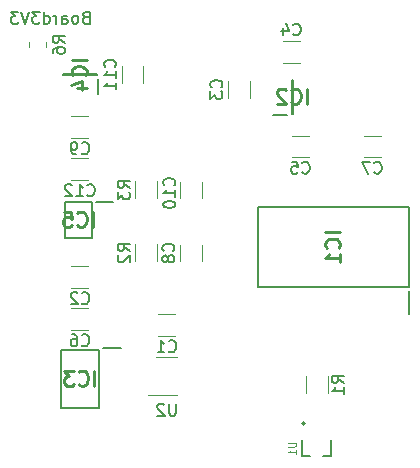
<source format=gbr>
%TF.GenerationSoftware,KiCad,Pcbnew,(5.1.9)-1*%
%TF.CreationDate,2021-08-30T10:52:12+01:00*%
%TF.ProjectId,projecto1,70726f6a-6563-4746-9f31-2e6b69636164,1.5*%
%TF.SameCoordinates,Original*%
%TF.FileFunction,Legend,Bot*%
%TF.FilePolarity,Positive*%
%FSLAX46Y46*%
G04 Gerber Fmt 4.6, Leading zero omitted, Abs format (unit mm)*
G04 Created by KiCad (PCBNEW (5.1.9)-1) date 2021-08-30 10:52:12*
%MOMM*%
%LPD*%
G01*
G04 APERTURE LIST*
%ADD10C,0.150000*%
%ADD11C,0.120000*%
%ADD12C,0.152400*%
%ADD13C,0.200000*%
%ADD14C,0.015000*%
%ADD15C,0.254000*%
G04 APERTURE END LIST*
D10*
X35551690Y-35171071D02*
X35408833Y-35218690D01*
X35361214Y-35266309D01*
X35313595Y-35361547D01*
X35313595Y-35504404D01*
X35361214Y-35599642D01*
X35408833Y-35647261D01*
X35504071Y-35694880D01*
X35885023Y-35694880D01*
X35885023Y-34694880D01*
X35551690Y-34694880D01*
X35456452Y-34742500D01*
X35408833Y-34790119D01*
X35361214Y-34885357D01*
X35361214Y-34980595D01*
X35408833Y-35075833D01*
X35456452Y-35123452D01*
X35551690Y-35171071D01*
X35885023Y-35171071D01*
X34742166Y-35694880D02*
X34837404Y-35647261D01*
X34885023Y-35599642D01*
X34932642Y-35504404D01*
X34932642Y-35218690D01*
X34885023Y-35123452D01*
X34837404Y-35075833D01*
X34742166Y-35028214D01*
X34599309Y-35028214D01*
X34504071Y-35075833D01*
X34456452Y-35123452D01*
X34408833Y-35218690D01*
X34408833Y-35504404D01*
X34456452Y-35599642D01*
X34504071Y-35647261D01*
X34599309Y-35694880D01*
X34742166Y-35694880D01*
X33551690Y-35694880D02*
X33551690Y-35171071D01*
X33599309Y-35075833D01*
X33694547Y-35028214D01*
X33885023Y-35028214D01*
X33980261Y-35075833D01*
X33551690Y-35647261D02*
X33646928Y-35694880D01*
X33885023Y-35694880D01*
X33980261Y-35647261D01*
X34027880Y-35552023D01*
X34027880Y-35456785D01*
X33980261Y-35361547D01*
X33885023Y-35313928D01*
X33646928Y-35313928D01*
X33551690Y-35266309D01*
X33075500Y-35694880D02*
X33075500Y-35028214D01*
X33075500Y-35218690D02*
X33027880Y-35123452D01*
X32980261Y-35075833D01*
X32885023Y-35028214D01*
X32789785Y-35028214D01*
X32027880Y-35694880D02*
X32027880Y-34694880D01*
X32027880Y-35647261D02*
X32123119Y-35694880D01*
X32313595Y-35694880D01*
X32408833Y-35647261D01*
X32456452Y-35599642D01*
X32504071Y-35504404D01*
X32504071Y-35218690D01*
X32456452Y-35123452D01*
X32408833Y-35075833D01*
X32313595Y-35028214D01*
X32123119Y-35028214D01*
X32027880Y-35075833D01*
X31646928Y-34694880D02*
X31027880Y-34694880D01*
X31361214Y-35075833D01*
X31218357Y-35075833D01*
X31123119Y-35123452D01*
X31075500Y-35171071D01*
X31027880Y-35266309D01*
X31027880Y-35504404D01*
X31075500Y-35599642D01*
X31123119Y-35647261D01*
X31218357Y-35694880D01*
X31504071Y-35694880D01*
X31599309Y-35647261D01*
X31646928Y-35599642D01*
X30742166Y-34694880D02*
X30408833Y-35694880D01*
X30075500Y-34694880D01*
X29837404Y-34694880D02*
X29218357Y-34694880D01*
X29551690Y-35075833D01*
X29408833Y-35075833D01*
X29313595Y-35123452D01*
X29265976Y-35171071D01*
X29218357Y-35266309D01*
X29218357Y-35504404D01*
X29265976Y-35599642D01*
X29313595Y-35647261D01*
X29408833Y-35694880D01*
X29694547Y-35694880D01*
X29789785Y-35647261D01*
X29837404Y-35599642D01*
D11*
%TO.C,R6*%
X32231000Y-37718064D02*
X32231000Y-37263936D01*
X30761000Y-37718064D02*
X30761000Y-37263936D01*
%TO.C,U2*%
X41518000Y-63922000D02*
X43318000Y-63922000D01*
X43318000Y-67142000D02*
X40868000Y-67142000D01*
D12*
%TO.C,U1*%
X54559200Y-72308000D02*
X53898800Y-72308000D01*
X56337200Y-70948000D02*
X56337200Y-72308000D01*
X56337200Y-72308000D02*
X55676800Y-72308000D01*
X53898800Y-72308000D02*
X53898800Y-70948000D01*
X53878800Y-69584200D02*
G75*
G03*
X54132800Y-69584200I127000J0D01*
G01*
X54132800Y-69584200D02*
G75*
G03*
X53878800Y-69584200I-127000J0D01*
G01*
D11*
%TO.C,R3*%
X39730000Y-49056936D02*
X39730000Y-50511064D01*
X41550000Y-49056936D02*
X41550000Y-50511064D01*
%TO.C,R2*%
X39730000Y-54390936D02*
X39730000Y-55845064D01*
X41550000Y-54390936D02*
X41550000Y-55845064D01*
%TO.C,R1*%
X56028000Y-67021064D02*
X56028000Y-65566936D01*
X54208000Y-67021064D02*
X54208000Y-65566936D01*
D13*
%TO.C,IC5*%
X36075000Y-50824000D02*
X33775000Y-50824000D01*
X33775000Y-50824000D02*
X33775000Y-53824000D01*
X33775000Y-53824000D02*
X36075000Y-53824000D01*
X36075000Y-53824000D02*
X36075000Y-50824000D01*
X37825000Y-50824000D02*
X36425000Y-50824000D01*
%TO.C,IC4*%
X36482000Y-40080000D02*
X36482000Y-39930000D01*
X36482000Y-39930000D02*
X33622000Y-39930000D01*
X33622000Y-39930000D02*
X33622000Y-40080000D01*
X33622000Y-40080000D02*
X36482000Y-40080000D01*
X36577000Y-41680000D02*
X36577000Y-40430000D01*
%TO.C,IC3*%
X36652000Y-63336000D02*
X33452000Y-63336000D01*
X33452000Y-63336000D02*
X33452000Y-68236000D01*
X33452000Y-68236000D02*
X36652000Y-68236000D01*
X36652000Y-68236000D02*
X36652000Y-63336000D01*
X38502000Y-63206000D02*
X37002000Y-63206000D01*
%TO.C,IC2*%
X52977000Y-43340000D02*
X53127000Y-43340000D01*
X53127000Y-43340000D02*
X53127000Y-40480000D01*
X53127000Y-40480000D02*
X52977000Y-40480000D01*
X52977000Y-40480000D02*
X52977000Y-43340000D01*
X51377000Y-43435000D02*
X52627000Y-43435000D01*
%TO.C,IC1*%
X62915000Y-58010000D02*
X62915000Y-51210000D01*
X62915000Y-51210000D02*
X50115000Y-51210000D01*
X50115000Y-51210000D02*
X50115000Y-58010000D01*
X50115000Y-58010000D02*
X62915000Y-58010000D01*
X62905000Y-60285000D02*
X62905000Y-58360000D01*
D11*
%TO.C,C12*%
X34340748Y-48916000D02*
X35763252Y-48916000D01*
X34340748Y-47096000D02*
X35763252Y-47096000D01*
%TO.C,C11*%
X38587000Y-39293748D02*
X38587000Y-40716252D01*
X40407000Y-39293748D02*
X40407000Y-40716252D01*
%TO.C,C10*%
X45360000Y-50495252D02*
X45360000Y-49072748D01*
X43540000Y-50495252D02*
X43540000Y-49072748D01*
%TO.C,C9*%
X34340748Y-45360000D02*
X35763252Y-45360000D01*
X34340748Y-43540000D02*
X35763252Y-43540000D01*
%TO.C,C8*%
X43540000Y-54406748D02*
X43540000Y-55829252D01*
X45360000Y-54406748D02*
X45360000Y-55829252D01*
%TO.C,C7*%
X59105748Y-47011000D02*
X60528252Y-47011000D01*
X59105748Y-45191000D02*
X60528252Y-45191000D01*
%TO.C,C6*%
X34340748Y-61616000D02*
X35763252Y-61616000D01*
X34340748Y-59796000D02*
X35763252Y-59796000D01*
%TO.C,C5*%
X53009748Y-47011000D02*
X54432252Y-47011000D01*
X53009748Y-45191000D02*
X54432252Y-45191000D01*
%TO.C,C4*%
X53670252Y-37190000D02*
X52247748Y-37190000D01*
X53670252Y-39010000D02*
X52247748Y-39010000D01*
%TO.C,C3*%
X49424000Y-40563748D02*
X49424000Y-41986252D01*
X47604000Y-40563748D02*
X47604000Y-41986252D01*
%TO.C,C2*%
X34340748Y-58060000D02*
X35763252Y-58060000D01*
X34340748Y-56240000D02*
X35763252Y-56240000D01*
%TO.C,C1*%
X41706748Y-62124000D02*
X43129252Y-62124000D01*
X41706748Y-60304000D02*
X43129252Y-60304000D01*
%TO.C,R6*%
D10*
X33768380Y-37324333D02*
X33292190Y-36991000D01*
X33768380Y-36752904D02*
X32768380Y-36752904D01*
X32768380Y-37133857D01*
X32816000Y-37229095D01*
X32863619Y-37276714D01*
X32958857Y-37324333D01*
X33101714Y-37324333D01*
X33196952Y-37276714D01*
X33244571Y-37229095D01*
X33292190Y-37133857D01*
X33292190Y-36752904D01*
X32768380Y-38181476D02*
X32768380Y-37991000D01*
X32816000Y-37895761D01*
X32863619Y-37848142D01*
X33006476Y-37752904D01*
X33196952Y-37705285D01*
X33577904Y-37705285D01*
X33673142Y-37752904D01*
X33720761Y-37800523D01*
X33768380Y-37895761D01*
X33768380Y-38086238D01*
X33720761Y-38181476D01*
X33673142Y-38229095D01*
X33577904Y-38276714D01*
X33339809Y-38276714D01*
X33244571Y-38229095D01*
X33196952Y-38181476D01*
X33149333Y-38086238D01*
X33149333Y-37895761D01*
X33196952Y-37800523D01*
X33244571Y-37752904D01*
X33339809Y-37705285D01*
%TO.C,U2*%
X43179904Y-67884380D02*
X43179904Y-68693904D01*
X43132285Y-68789142D01*
X43084666Y-68836761D01*
X42989428Y-68884380D01*
X42798952Y-68884380D01*
X42703714Y-68836761D01*
X42656095Y-68789142D01*
X42608476Y-68693904D01*
X42608476Y-67884380D01*
X42179904Y-67979619D02*
X42132285Y-67932000D01*
X42037047Y-67884380D01*
X41798952Y-67884380D01*
X41703714Y-67932000D01*
X41656095Y-67979619D01*
X41608476Y-68074857D01*
X41608476Y-68170095D01*
X41656095Y-68312952D01*
X42227523Y-68884380D01*
X41608476Y-68884380D01*
%TO.C,U1*%
D14*
X52711123Y-71172380D02*
X53229219Y-71172380D01*
X53290171Y-71202857D01*
X53320647Y-71233333D01*
X53351123Y-71294285D01*
X53351123Y-71416190D01*
X53320647Y-71477142D01*
X53290171Y-71507619D01*
X53229219Y-71538095D01*
X52711123Y-71538095D01*
X53351123Y-72178095D02*
X53351123Y-71812380D01*
X53351123Y-71995238D02*
X52711123Y-71995238D01*
X52802552Y-71934285D01*
X52863504Y-71873333D01*
X52893980Y-71812380D01*
%TO.C,R3*%
D10*
X39272380Y-49617333D02*
X38796190Y-49284000D01*
X39272380Y-49045904D02*
X38272380Y-49045904D01*
X38272380Y-49426857D01*
X38320000Y-49522095D01*
X38367619Y-49569714D01*
X38462857Y-49617333D01*
X38605714Y-49617333D01*
X38700952Y-49569714D01*
X38748571Y-49522095D01*
X38796190Y-49426857D01*
X38796190Y-49045904D01*
X38272380Y-49950666D02*
X38272380Y-50569714D01*
X38653333Y-50236380D01*
X38653333Y-50379238D01*
X38700952Y-50474476D01*
X38748571Y-50522095D01*
X38843809Y-50569714D01*
X39081904Y-50569714D01*
X39177142Y-50522095D01*
X39224761Y-50474476D01*
X39272380Y-50379238D01*
X39272380Y-50093523D01*
X39224761Y-49998285D01*
X39177142Y-49950666D01*
%TO.C,R2*%
X39272380Y-54951333D02*
X38796190Y-54618000D01*
X39272380Y-54379904D02*
X38272380Y-54379904D01*
X38272380Y-54760857D01*
X38320000Y-54856095D01*
X38367619Y-54903714D01*
X38462857Y-54951333D01*
X38605714Y-54951333D01*
X38700952Y-54903714D01*
X38748571Y-54856095D01*
X38796190Y-54760857D01*
X38796190Y-54379904D01*
X38367619Y-55332285D02*
X38320000Y-55379904D01*
X38272380Y-55475142D01*
X38272380Y-55713238D01*
X38320000Y-55808476D01*
X38367619Y-55856095D01*
X38462857Y-55903714D01*
X38558095Y-55903714D01*
X38700952Y-55856095D01*
X39272380Y-55284666D01*
X39272380Y-55903714D01*
%TO.C,R1*%
X57390380Y-66127333D02*
X56914190Y-65794000D01*
X57390380Y-65555904D02*
X56390380Y-65555904D01*
X56390380Y-65936857D01*
X56438000Y-66032095D01*
X56485619Y-66079714D01*
X56580857Y-66127333D01*
X56723714Y-66127333D01*
X56818952Y-66079714D01*
X56866571Y-66032095D01*
X56914190Y-65936857D01*
X56914190Y-65555904D01*
X57390380Y-67079714D02*
X57390380Y-66508285D01*
X57390380Y-66794000D02*
X56390380Y-66794000D01*
X56533238Y-66698761D01*
X56628476Y-66603523D01*
X56676095Y-66508285D01*
%TO.C,IC5*%
D15*
X36164761Y-52898523D02*
X36164761Y-51628523D01*
X34834285Y-52777571D02*
X34894761Y-52838047D01*
X35076190Y-52898523D01*
X35197142Y-52898523D01*
X35378571Y-52838047D01*
X35499523Y-52717095D01*
X35560000Y-52596142D01*
X35620476Y-52354238D01*
X35620476Y-52172809D01*
X35560000Y-51930904D01*
X35499523Y-51809952D01*
X35378571Y-51689000D01*
X35197142Y-51628523D01*
X35076190Y-51628523D01*
X34894761Y-51689000D01*
X34834285Y-51749476D01*
X33685238Y-51628523D02*
X34290000Y-51628523D01*
X34350476Y-52233285D01*
X34290000Y-52172809D01*
X34169047Y-52112333D01*
X33866666Y-52112333D01*
X33745714Y-52172809D01*
X33685238Y-52233285D01*
X33624761Y-52354238D01*
X33624761Y-52656619D01*
X33685238Y-52777571D01*
X33745714Y-52838047D01*
X33866666Y-52898523D01*
X34169047Y-52898523D01*
X34290000Y-52838047D01*
X34350476Y-52777571D01*
%TO.C,IC4*%
X35626523Y-38765238D02*
X34356523Y-38765238D01*
X35505571Y-40095714D02*
X35566047Y-40035238D01*
X35626523Y-39853809D01*
X35626523Y-39732857D01*
X35566047Y-39551428D01*
X35445095Y-39430476D01*
X35324142Y-39370000D01*
X35082238Y-39309523D01*
X34900809Y-39309523D01*
X34658904Y-39370000D01*
X34537952Y-39430476D01*
X34417000Y-39551428D01*
X34356523Y-39732857D01*
X34356523Y-39853809D01*
X34417000Y-40035238D01*
X34477476Y-40095714D01*
X34779857Y-41184285D02*
X35626523Y-41184285D01*
X34296047Y-40881904D02*
X35203190Y-40579523D01*
X35203190Y-41365714D01*
%TO.C,IC3*%
X36291761Y-66360523D02*
X36291761Y-65090523D01*
X34961285Y-66239571D02*
X35021761Y-66300047D01*
X35203190Y-66360523D01*
X35324142Y-66360523D01*
X35505571Y-66300047D01*
X35626523Y-66179095D01*
X35687000Y-66058142D01*
X35747476Y-65816238D01*
X35747476Y-65634809D01*
X35687000Y-65392904D01*
X35626523Y-65271952D01*
X35505571Y-65151000D01*
X35324142Y-65090523D01*
X35203190Y-65090523D01*
X35021761Y-65151000D01*
X34961285Y-65211476D01*
X34537952Y-65090523D02*
X33751761Y-65090523D01*
X34175095Y-65574333D01*
X33993666Y-65574333D01*
X33872714Y-65634809D01*
X33812238Y-65695285D01*
X33751761Y-65816238D01*
X33751761Y-66118619D01*
X33812238Y-66239571D01*
X33872714Y-66300047D01*
X33993666Y-66360523D01*
X34356523Y-66360523D01*
X34477476Y-66300047D01*
X34537952Y-66239571D01*
%TO.C,IC2*%
X54291761Y-42484523D02*
X54291761Y-41214523D01*
X52961285Y-42363571D02*
X53021761Y-42424047D01*
X53203190Y-42484523D01*
X53324142Y-42484523D01*
X53505571Y-42424047D01*
X53626523Y-42303095D01*
X53687000Y-42182142D01*
X53747476Y-41940238D01*
X53747476Y-41758809D01*
X53687000Y-41516904D01*
X53626523Y-41395952D01*
X53505571Y-41275000D01*
X53324142Y-41214523D01*
X53203190Y-41214523D01*
X53021761Y-41275000D01*
X52961285Y-41335476D01*
X52477476Y-41335476D02*
X52417000Y-41275000D01*
X52296047Y-41214523D01*
X51993666Y-41214523D01*
X51872714Y-41275000D01*
X51812238Y-41335476D01*
X51751761Y-41456428D01*
X51751761Y-41577380D01*
X51812238Y-41758809D01*
X52537952Y-42484523D01*
X51751761Y-42484523D01*
%TO.C,IC1*%
X57089523Y-53370238D02*
X55819523Y-53370238D01*
X56968571Y-54700714D02*
X57029047Y-54640238D01*
X57089523Y-54458809D01*
X57089523Y-54337857D01*
X57029047Y-54156428D01*
X56908095Y-54035476D01*
X56787142Y-53975000D01*
X56545238Y-53914523D01*
X56363809Y-53914523D01*
X56121904Y-53975000D01*
X56000952Y-54035476D01*
X55880000Y-54156428D01*
X55819523Y-54337857D01*
X55819523Y-54458809D01*
X55880000Y-54640238D01*
X55940476Y-54700714D01*
X57089523Y-55910238D02*
X57089523Y-55184523D01*
X57089523Y-55547380D02*
X55819523Y-55547380D01*
X56000952Y-55426428D01*
X56121904Y-55305476D01*
X56182380Y-55184523D01*
%TO.C,C12*%
D10*
X35694857Y-50213142D02*
X35742476Y-50260761D01*
X35885333Y-50308380D01*
X35980571Y-50308380D01*
X36123428Y-50260761D01*
X36218666Y-50165523D01*
X36266285Y-50070285D01*
X36313904Y-49879809D01*
X36313904Y-49736952D01*
X36266285Y-49546476D01*
X36218666Y-49451238D01*
X36123428Y-49356000D01*
X35980571Y-49308380D01*
X35885333Y-49308380D01*
X35742476Y-49356000D01*
X35694857Y-49403619D01*
X34742476Y-50308380D02*
X35313904Y-50308380D01*
X35028190Y-50308380D02*
X35028190Y-49308380D01*
X35123428Y-49451238D01*
X35218666Y-49546476D01*
X35313904Y-49594095D01*
X34361523Y-49403619D02*
X34313904Y-49356000D01*
X34218666Y-49308380D01*
X33980571Y-49308380D01*
X33885333Y-49356000D01*
X33837714Y-49403619D01*
X33790095Y-49498857D01*
X33790095Y-49594095D01*
X33837714Y-49736952D01*
X34409142Y-50308380D01*
X33790095Y-50308380D01*
%TO.C,C11*%
X38004142Y-39362142D02*
X38051761Y-39314523D01*
X38099380Y-39171666D01*
X38099380Y-39076428D01*
X38051761Y-38933571D01*
X37956523Y-38838333D01*
X37861285Y-38790714D01*
X37670809Y-38743095D01*
X37527952Y-38743095D01*
X37337476Y-38790714D01*
X37242238Y-38838333D01*
X37147000Y-38933571D01*
X37099380Y-39076428D01*
X37099380Y-39171666D01*
X37147000Y-39314523D01*
X37194619Y-39362142D01*
X38099380Y-40314523D02*
X38099380Y-39743095D01*
X38099380Y-40028809D02*
X37099380Y-40028809D01*
X37242238Y-39933571D01*
X37337476Y-39838333D01*
X37385095Y-39743095D01*
X38099380Y-41266904D02*
X38099380Y-40695476D01*
X38099380Y-40981190D02*
X37099380Y-40981190D01*
X37242238Y-40885952D01*
X37337476Y-40790714D01*
X37385095Y-40695476D01*
%TO.C,C10*%
X43029142Y-49395142D02*
X43076761Y-49347523D01*
X43124380Y-49204666D01*
X43124380Y-49109428D01*
X43076761Y-48966571D01*
X42981523Y-48871333D01*
X42886285Y-48823714D01*
X42695809Y-48776095D01*
X42552952Y-48776095D01*
X42362476Y-48823714D01*
X42267238Y-48871333D01*
X42172000Y-48966571D01*
X42124380Y-49109428D01*
X42124380Y-49204666D01*
X42172000Y-49347523D01*
X42219619Y-49395142D01*
X43124380Y-50347523D02*
X43124380Y-49776095D01*
X43124380Y-50061809D02*
X42124380Y-50061809D01*
X42267238Y-49966571D01*
X42362476Y-49871333D01*
X42410095Y-49776095D01*
X42124380Y-50966571D02*
X42124380Y-51061809D01*
X42172000Y-51157047D01*
X42219619Y-51204666D01*
X42314857Y-51252285D01*
X42505333Y-51299904D01*
X42743428Y-51299904D01*
X42933904Y-51252285D01*
X43029142Y-51204666D01*
X43076761Y-51157047D01*
X43124380Y-51061809D01*
X43124380Y-50966571D01*
X43076761Y-50871333D01*
X43029142Y-50823714D01*
X42933904Y-50776095D01*
X42743428Y-50728476D01*
X42505333Y-50728476D01*
X42314857Y-50776095D01*
X42219619Y-50823714D01*
X42172000Y-50871333D01*
X42124380Y-50966571D01*
%TO.C,C9*%
X35218666Y-46657142D02*
X35266285Y-46704761D01*
X35409142Y-46752380D01*
X35504380Y-46752380D01*
X35647238Y-46704761D01*
X35742476Y-46609523D01*
X35790095Y-46514285D01*
X35837714Y-46323809D01*
X35837714Y-46180952D01*
X35790095Y-45990476D01*
X35742476Y-45895238D01*
X35647238Y-45800000D01*
X35504380Y-45752380D01*
X35409142Y-45752380D01*
X35266285Y-45800000D01*
X35218666Y-45847619D01*
X34742476Y-46752380D02*
X34552000Y-46752380D01*
X34456761Y-46704761D01*
X34409142Y-46657142D01*
X34313904Y-46514285D01*
X34266285Y-46323809D01*
X34266285Y-45942857D01*
X34313904Y-45847619D01*
X34361523Y-45800000D01*
X34456761Y-45752380D01*
X34647238Y-45752380D01*
X34742476Y-45800000D01*
X34790095Y-45847619D01*
X34837714Y-45942857D01*
X34837714Y-46180952D01*
X34790095Y-46276190D01*
X34742476Y-46323809D01*
X34647238Y-46371428D01*
X34456761Y-46371428D01*
X34361523Y-46323809D01*
X34313904Y-46276190D01*
X34266285Y-46180952D01*
%TO.C,C8*%
X42957142Y-54951333D02*
X43004761Y-54903714D01*
X43052380Y-54760857D01*
X43052380Y-54665619D01*
X43004761Y-54522761D01*
X42909523Y-54427523D01*
X42814285Y-54379904D01*
X42623809Y-54332285D01*
X42480952Y-54332285D01*
X42290476Y-54379904D01*
X42195238Y-54427523D01*
X42100000Y-54522761D01*
X42052380Y-54665619D01*
X42052380Y-54760857D01*
X42100000Y-54903714D01*
X42147619Y-54951333D01*
X42480952Y-55522761D02*
X42433333Y-55427523D01*
X42385714Y-55379904D01*
X42290476Y-55332285D01*
X42242857Y-55332285D01*
X42147619Y-55379904D01*
X42100000Y-55427523D01*
X42052380Y-55522761D01*
X42052380Y-55713238D01*
X42100000Y-55808476D01*
X42147619Y-55856095D01*
X42242857Y-55903714D01*
X42290476Y-55903714D01*
X42385714Y-55856095D01*
X42433333Y-55808476D01*
X42480952Y-55713238D01*
X42480952Y-55522761D01*
X42528571Y-55427523D01*
X42576190Y-55379904D01*
X42671428Y-55332285D01*
X42861904Y-55332285D01*
X42957142Y-55379904D01*
X43004761Y-55427523D01*
X43052380Y-55522761D01*
X43052380Y-55713238D01*
X43004761Y-55808476D01*
X42957142Y-55856095D01*
X42861904Y-55903714D01*
X42671428Y-55903714D01*
X42576190Y-55856095D01*
X42528571Y-55808476D01*
X42480952Y-55713238D01*
%TO.C,C7*%
X59983666Y-48308142D02*
X60031285Y-48355761D01*
X60174142Y-48403380D01*
X60269380Y-48403380D01*
X60412238Y-48355761D01*
X60507476Y-48260523D01*
X60555095Y-48165285D01*
X60602714Y-47974809D01*
X60602714Y-47831952D01*
X60555095Y-47641476D01*
X60507476Y-47546238D01*
X60412238Y-47451000D01*
X60269380Y-47403380D01*
X60174142Y-47403380D01*
X60031285Y-47451000D01*
X59983666Y-47498619D01*
X59650333Y-47403380D02*
X58983666Y-47403380D01*
X59412238Y-48403380D01*
%TO.C,C6*%
X35218666Y-62913142D02*
X35266285Y-62960761D01*
X35409142Y-63008380D01*
X35504380Y-63008380D01*
X35647238Y-62960761D01*
X35742476Y-62865523D01*
X35790095Y-62770285D01*
X35837714Y-62579809D01*
X35837714Y-62436952D01*
X35790095Y-62246476D01*
X35742476Y-62151238D01*
X35647238Y-62056000D01*
X35504380Y-62008380D01*
X35409142Y-62008380D01*
X35266285Y-62056000D01*
X35218666Y-62103619D01*
X34361523Y-62008380D02*
X34552000Y-62008380D01*
X34647238Y-62056000D01*
X34694857Y-62103619D01*
X34790095Y-62246476D01*
X34837714Y-62436952D01*
X34837714Y-62817904D01*
X34790095Y-62913142D01*
X34742476Y-62960761D01*
X34647238Y-63008380D01*
X34456761Y-63008380D01*
X34361523Y-62960761D01*
X34313904Y-62913142D01*
X34266285Y-62817904D01*
X34266285Y-62579809D01*
X34313904Y-62484571D01*
X34361523Y-62436952D01*
X34456761Y-62389333D01*
X34647238Y-62389333D01*
X34742476Y-62436952D01*
X34790095Y-62484571D01*
X34837714Y-62579809D01*
%TO.C,C5*%
X53887666Y-48308142D02*
X53935285Y-48355761D01*
X54078142Y-48403380D01*
X54173380Y-48403380D01*
X54316238Y-48355761D01*
X54411476Y-48260523D01*
X54459095Y-48165285D01*
X54506714Y-47974809D01*
X54506714Y-47831952D01*
X54459095Y-47641476D01*
X54411476Y-47546238D01*
X54316238Y-47451000D01*
X54173380Y-47403380D01*
X54078142Y-47403380D01*
X53935285Y-47451000D01*
X53887666Y-47498619D01*
X52982904Y-47403380D02*
X53459095Y-47403380D01*
X53506714Y-47879571D01*
X53459095Y-47831952D01*
X53363857Y-47784333D01*
X53125761Y-47784333D01*
X53030523Y-47831952D01*
X52982904Y-47879571D01*
X52935285Y-47974809D01*
X52935285Y-48212904D01*
X52982904Y-48308142D01*
X53030523Y-48355761D01*
X53125761Y-48403380D01*
X53363857Y-48403380D01*
X53459095Y-48355761D01*
X53506714Y-48308142D01*
%TO.C,C4*%
X53125666Y-36607142D02*
X53173285Y-36654761D01*
X53316142Y-36702380D01*
X53411380Y-36702380D01*
X53554238Y-36654761D01*
X53649476Y-36559523D01*
X53697095Y-36464285D01*
X53744714Y-36273809D01*
X53744714Y-36130952D01*
X53697095Y-35940476D01*
X53649476Y-35845238D01*
X53554238Y-35750000D01*
X53411380Y-35702380D01*
X53316142Y-35702380D01*
X53173285Y-35750000D01*
X53125666Y-35797619D01*
X52268523Y-36035714D02*
X52268523Y-36702380D01*
X52506619Y-35654761D02*
X52744714Y-36369047D01*
X52125666Y-36369047D01*
%TO.C,C3*%
X47021142Y-41108333D02*
X47068761Y-41060714D01*
X47116380Y-40917857D01*
X47116380Y-40822619D01*
X47068761Y-40679761D01*
X46973523Y-40584523D01*
X46878285Y-40536904D01*
X46687809Y-40489285D01*
X46544952Y-40489285D01*
X46354476Y-40536904D01*
X46259238Y-40584523D01*
X46164000Y-40679761D01*
X46116380Y-40822619D01*
X46116380Y-40917857D01*
X46164000Y-41060714D01*
X46211619Y-41108333D01*
X46116380Y-41441666D02*
X46116380Y-42060714D01*
X46497333Y-41727380D01*
X46497333Y-41870238D01*
X46544952Y-41965476D01*
X46592571Y-42013095D01*
X46687809Y-42060714D01*
X46925904Y-42060714D01*
X47021142Y-42013095D01*
X47068761Y-41965476D01*
X47116380Y-41870238D01*
X47116380Y-41584523D01*
X47068761Y-41489285D01*
X47021142Y-41441666D01*
%TO.C,C2*%
X35218666Y-59357142D02*
X35266285Y-59404761D01*
X35409142Y-59452380D01*
X35504380Y-59452380D01*
X35647238Y-59404761D01*
X35742476Y-59309523D01*
X35790095Y-59214285D01*
X35837714Y-59023809D01*
X35837714Y-58880952D01*
X35790095Y-58690476D01*
X35742476Y-58595238D01*
X35647238Y-58500000D01*
X35504380Y-58452380D01*
X35409142Y-58452380D01*
X35266285Y-58500000D01*
X35218666Y-58547619D01*
X34837714Y-58547619D02*
X34790095Y-58500000D01*
X34694857Y-58452380D01*
X34456761Y-58452380D01*
X34361523Y-58500000D01*
X34313904Y-58547619D01*
X34266285Y-58642857D01*
X34266285Y-58738095D01*
X34313904Y-58880952D01*
X34885333Y-59452380D01*
X34266285Y-59452380D01*
%TO.C,C1*%
X42584666Y-63421142D02*
X42632285Y-63468761D01*
X42775142Y-63516380D01*
X42870380Y-63516380D01*
X43013238Y-63468761D01*
X43108476Y-63373523D01*
X43156095Y-63278285D01*
X43203714Y-63087809D01*
X43203714Y-62944952D01*
X43156095Y-62754476D01*
X43108476Y-62659238D01*
X43013238Y-62564000D01*
X42870380Y-62516380D01*
X42775142Y-62516380D01*
X42632285Y-62564000D01*
X42584666Y-62611619D01*
X41632285Y-63516380D02*
X42203714Y-63516380D01*
X41918000Y-63516380D02*
X41918000Y-62516380D01*
X42013238Y-62659238D01*
X42108476Y-62754476D01*
X42203714Y-62802095D01*
%TD*%
M02*

</source>
